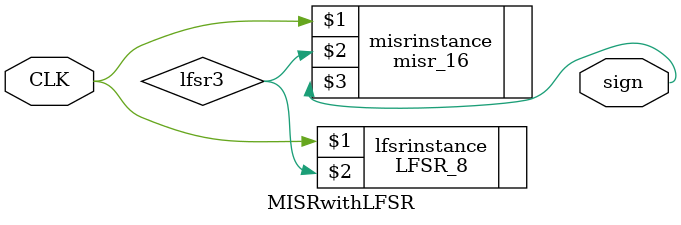
<source format=v>
module MISRwithLFSR(CLK,sign);
	input CLK;
	output sign;
	wire [7:0] out;
	
	LFSR_8 lfsrinstance(CLK,lfsr3);
	misr_16 misrinstance(CLK,lfsr3,sign);
	
endmodule
</source>
